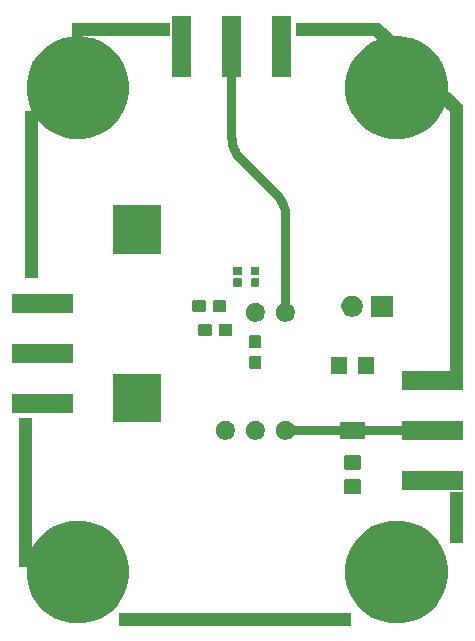
<source format=gbr>
G04 #@! TF.GenerationSoftware,KiCad,Pcbnew,5.1.6-c6e7f7d~87~ubuntu18.04.1*
G04 #@! TF.CreationDate,2021-01-11T12:45:55+00:00*
G04 #@! TF.ProjectId,vary_resistance,76617279-5f72-4657-9369-7374616e6365,rev?*
G04 #@! TF.SameCoordinates,Original*
G04 #@! TF.FileFunction,Soldermask,Top*
G04 #@! TF.FilePolarity,Negative*
%FSLAX46Y46*%
G04 Gerber Fmt 4.6, Leading zero omitted, Abs format (unit mm)*
G04 Created by KiCad (PCBNEW 5.1.6-c6e7f7d~87~ubuntu18.04.1) date 2021-01-11 12:45:55*
%MOMM*%
%LPD*%
G01*
G04 APERTURE LIST*
%ADD10C,0.750000*%
%ADD11C,0.100000*%
G04 APERTURE END LIST*
D10*
X197000000Y-85000000D02*
X184540000Y-85000000D01*
X183914600Y-65168713D02*
X183991998Y-65258438D01*
X183991998Y-65258438D02*
X184064900Y-65351854D01*
X184064900Y-65351854D02*
X184133131Y-65448734D01*
X184133131Y-65448734D02*
X184196526Y-65548846D01*
X184196526Y-65548846D02*
X184254932Y-65651947D01*
X184254932Y-65651947D02*
X184308209Y-65757790D01*
X184308209Y-65757790D02*
X184356228Y-65866120D01*
X184356228Y-65866120D02*
X184398874Y-65976675D01*
X184398874Y-65976675D02*
X184436044Y-66089190D01*
X184436044Y-66089190D02*
X184467648Y-66203393D01*
X184467648Y-66203393D02*
X184493611Y-66319010D01*
X184493611Y-66319010D02*
X184513869Y-66435761D01*
X184513869Y-66435761D02*
X184528374Y-66553365D01*
X184528374Y-66553365D02*
X184537091Y-66671540D01*
X184537091Y-66671540D02*
X184540000Y-66790000D01*
X184540000Y-66790000D02*
X184540000Y-75000000D01*
X180000000Y-60250000D02*
X180000000Y-52500000D01*
X180000000Y-60250000D02*
X180002908Y-60368459D01*
X180002908Y-60368459D02*
X180011625Y-60486634D01*
X180011625Y-60486634D02*
X180026130Y-60604238D01*
X180026130Y-60604238D02*
X180046388Y-60720989D01*
X180046388Y-60720989D02*
X180072350Y-60836605D01*
X180072350Y-60836605D02*
X180103955Y-60950808D01*
X180103955Y-60950808D02*
X180141125Y-61063323D01*
X180141125Y-61063323D02*
X180183770Y-61173878D01*
X180183770Y-61173878D02*
X180231790Y-61282208D01*
X180231790Y-61282208D02*
X180285067Y-61388051D01*
X180285067Y-61388051D02*
X180343473Y-61491153D01*
X180343473Y-61491153D02*
X180406868Y-61591264D01*
X180406868Y-61591264D02*
X180475098Y-61688144D01*
X180475098Y-61688144D02*
X180548000Y-61781559D01*
X180548000Y-61781559D02*
X180625398Y-61871285D01*
X180625398Y-61871285D02*
X180707106Y-61957106D01*
X180707106Y-61957106D02*
X183832893Y-65082893D01*
X183832893Y-65082893D02*
X183914600Y-65168713D01*
D11*
G36*
X199500000Y-94500000D02*
G01*
X198500000Y-94500000D01*
X198500000Y-90250000D01*
X199500000Y-90250000D01*
X199500000Y-94500000D01*
G37*
X199500000Y-94500000D02*
X198500000Y-94500000D01*
X198500000Y-90250000D01*
X199500000Y-90250000D01*
X199500000Y-94500000D01*
G36*
X190000000Y-101500000D02*
G01*
X170500000Y-101500000D01*
X170500000Y-100500000D01*
X190000000Y-100500000D01*
X190000000Y-101500000D01*
G37*
X190000000Y-101500000D02*
X170500000Y-101500000D01*
X170500000Y-100500000D01*
X190000000Y-100500000D01*
X190000000Y-101500000D01*
G36*
X163000000Y-96500000D02*
G01*
X162000000Y-96500000D01*
X162000000Y-84000000D01*
X163000000Y-84000000D01*
X163000000Y-96500000D01*
G37*
X163000000Y-96500000D02*
X162000000Y-96500000D01*
X162000000Y-84000000D01*
X163000000Y-84000000D01*
X163000000Y-96500000D01*
G36*
X163500000Y-72000000D02*
G01*
X162500000Y-72000000D01*
X162500000Y-58000000D01*
X163500000Y-58000000D01*
X163500000Y-72000000D01*
G37*
X163500000Y-72000000D02*
X162500000Y-72000000D01*
X162500000Y-58000000D01*
X163500000Y-58000000D01*
X163500000Y-72000000D01*
G36*
X194000000Y-52000000D02*
G01*
X193000000Y-52500000D01*
X192000000Y-51500000D01*
X185500000Y-51500000D01*
X185500000Y-50500000D01*
X192500000Y-50500000D01*
X194000000Y-52000000D01*
G37*
X194000000Y-52000000D02*
X193000000Y-52500000D01*
X192000000Y-51500000D01*
X185500000Y-51500000D01*
X185500000Y-50500000D01*
X192500000Y-50500000D01*
X194000000Y-52000000D01*
G36*
X174750000Y-51500000D02*
G01*
X166500000Y-51500000D01*
X166500000Y-50500000D01*
X174750000Y-50500000D01*
X174750000Y-51500000D01*
G37*
X174750000Y-51500000D02*
X166500000Y-51500000D01*
X166500000Y-50500000D01*
X174750000Y-50500000D01*
X174750000Y-51500000D01*
G36*
X199500000Y-57500000D02*
G01*
X199500000Y-60500000D01*
X198500000Y-60500000D01*
X198500000Y-58000000D01*
X198000000Y-57500000D01*
X198000000Y-56000000D01*
X199500000Y-57500000D01*
G37*
X199500000Y-57500000D02*
X199500000Y-60500000D01*
X198500000Y-60500000D01*
X198500000Y-58000000D01*
X198000000Y-57500000D01*
X198000000Y-56000000D01*
X199500000Y-57500000D01*
G36*
X199500000Y-57500000D02*
G01*
X199500000Y-80000000D01*
X198500000Y-80000000D01*
X198500000Y-58000000D01*
X197750000Y-57250000D01*
X198250000Y-56250000D01*
X199500000Y-57500000D01*
G37*
X199500000Y-57500000D02*
X199500000Y-80000000D01*
X198500000Y-80000000D01*
X198500000Y-58000000D01*
X197750000Y-57250000D01*
X198250000Y-56250000D01*
X199500000Y-57500000D01*
G36*
X194548156Y-92672794D02*
G01*
X195269140Y-92816206D01*
X196060972Y-93144193D01*
X196773601Y-93620357D01*
X197379643Y-94226399D01*
X197855807Y-94939028D01*
X198183794Y-95730860D01*
X198351000Y-96571464D01*
X198351000Y-97428536D01*
X198183794Y-98269140D01*
X197855807Y-99060972D01*
X197379643Y-99773601D01*
X196773601Y-100379643D01*
X196060972Y-100855807D01*
X195269140Y-101183794D01*
X194548156Y-101327206D01*
X194428537Y-101351000D01*
X193571463Y-101351000D01*
X193451844Y-101327206D01*
X192730860Y-101183794D01*
X191939028Y-100855807D01*
X191226399Y-100379643D01*
X190620357Y-99773601D01*
X190144193Y-99060972D01*
X189816206Y-98269140D01*
X189649000Y-97428536D01*
X189649000Y-96571464D01*
X189816206Y-95730860D01*
X190144193Y-94939028D01*
X190620357Y-94226399D01*
X191226399Y-93620357D01*
X191939028Y-93144193D01*
X192730860Y-92816206D01*
X193451844Y-92672794D01*
X193571463Y-92649000D01*
X194428537Y-92649000D01*
X194548156Y-92672794D01*
G37*
G36*
X167548156Y-92672794D02*
G01*
X168269140Y-92816206D01*
X169060972Y-93144193D01*
X169773601Y-93620357D01*
X170379643Y-94226399D01*
X170855807Y-94939028D01*
X171183794Y-95730860D01*
X171351000Y-96571464D01*
X171351000Y-97428536D01*
X171183794Y-98269140D01*
X170855807Y-99060972D01*
X170379643Y-99773601D01*
X169773601Y-100379643D01*
X169060972Y-100855807D01*
X168269140Y-101183794D01*
X167548156Y-101327206D01*
X167428537Y-101351000D01*
X166571463Y-101351000D01*
X166451844Y-101327206D01*
X165730860Y-101183794D01*
X164939028Y-100855807D01*
X164226399Y-100379643D01*
X163620357Y-99773601D01*
X163144193Y-99060972D01*
X162816206Y-98269140D01*
X162649000Y-97428536D01*
X162649000Y-96571464D01*
X162816206Y-95730860D01*
X163144193Y-94939028D01*
X163620357Y-94226399D01*
X164226399Y-93620357D01*
X164939028Y-93144193D01*
X165730860Y-92816206D01*
X166451844Y-92672794D01*
X166571463Y-92649000D01*
X167428537Y-92649000D01*
X167548156Y-92672794D01*
G37*
G36*
X190838674Y-89153465D02*
G01*
X190876367Y-89164899D01*
X190911103Y-89183466D01*
X190941548Y-89208452D01*
X190966534Y-89238897D01*
X190985101Y-89273633D01*
X190996535Y-89311326D01*
X191001000Y-89356661D01*
X191001000Y-90193339D01*
X190996535Y-90238674D01*
X190985101Y-90276367D01*
X190966534Y-90311103D01*
X190941548Y-90341548D01*
X190911103Y-90366534D01*
X190876367Y-90385101D01*
X190838674Y-90396535D01*
X190793339Y-90401000D01*
X189706661Y-90401000D01*
X189661326Y-90396535D01*
X189623633Y-90385101D01*
X189588897Y-90366534D01*
X189558452Y-90341548D01*
X189533466Y-90311103D01*
X189514899Y-90276367D01*
X189503465Y-90238674D01*
X189499000Y-90193339D01*
X189499000Y-89356661D01*
X189503465Y-89311326D01*
X189514899Y-89273633D01*
X189533466Y-89238897D01*
X189558452Y-89208452D01*
X189588897Y-89183466D01*
X189623633Y-89164899D01*
X189661326Y-89153465D01*
X189706661Y-89149000D01*
X190793339Y-89149000D01*
X190838674Y-89153465D01*
G37*
G36*
X199591000Y-90051000D02*
G01*
X194409000Y-90051000D01*
X194409000Y-88449000D01*
X199591000Y-88449000D01*
X199591000Y-90051000D01*
G37*
G36*
X190838674Y-87103465D02*
G01*
X190876367Y-87114899D01*
X190911103Y-87133466D01*
X190941548Y-87158452D01*
X190966534Y-87188897D01*
X190985101Y-87223633D01*
X190996535Y-87261326D01*
X191001000Y-87306661D01*
X191001000Y-88143339D01*
X190996535Y-88188674D01*
X190985101Y-88226367D01*
X190966534Y-88261103D01*
X190941548Y-88291548D01*
X190911103Y-88316534D01*
X190876367Y-88335101D01*
X190838674Y-88346535D01*
X190793339Y-88351000D01*
X189706661Y-88351000D01*
X189661326Y-88346535D01*
X189623633Y-88335101D01*
X189588897Y-88316534D01*
X189558452Y-88291548D01*
X189533466Y-88261103D01*
X189514899Y-88226367D01*
X189503465Y-88188674D01*
X189499000Y-88143339D01*
X189499000Y-87306661D01*
X189503465Y-87261326D01*
X189514899Y-87223633D01*
X189533466Y-87188897D01*
X189558452Y-87158452D01*
X189588897Y-87133466D01*
X189623633Y-87114899D01*
X189661326Y-87103465D01*
X189706661Y-87099000D01*
X190793339Y-87099000D01*
X190838674Y-87103465D01*
G37*
G36*
X184777142Y-84218242D02*
G01*
X184925101Y-84279529D01*
X185058255Y-84368499D01*
X185171501Y-84481745D01*
X185260471Y-84614899D01*
X185321758Y-84762858D01*
X185353000Y-84919925D01*
X185353000Y-85080075D01*
X185321758Y-85237142D01*
X185260471Y-85385101D01*
X185171501Y-85518255D01*
X185058255Y-85631501D01*
X184925101Y-85720471D01*
X184777142Y-85781758D01*
X184620075Y-85813000D01*
X184459925Y-85813000D01*
X184302858Y-85781758D01*
X184154899Y-85720471D01*
X184021745Y-85631501D01*
X183908499Y-85518255D01*
X183819529Y-85385101D01*
X183758242Y-85237142D01*
X183727000Y-85080075D01*
X183727000Y-84919925D01*
X183758242Y-84762858D01*
X183819529Y-84614899D01*
X183908499Y-84481745D01*
X184021745Y-84368499D01*
X184154899Y-84279529D01*
X184302858Y-84218242D01*
X184459925Y-84187000D01*
X184620075Y-84187000D01*
X184777142Y-84218242D01*
G37*
G36*
X182237142Y-84218242D02*
G01*
X182385101Y-84279529D01*
X182518255Y-84368499D01*
X182631501Y-84481745D01*
X182720471Y-84614899D01*
X182781758Y-84762858D01*
X182813000Y-84919925D01*
X182813000Y-85080075D01*
X182781758Y-85237142D01*
X182720471Y-85385101D01*
X182631501Y-85518255D01*
X182518255Y-85631501D01*
X182385101Y-85720471D01*
X182237142Y-85781758D01*
X182080075Y-85813000D01*
X181919925Y-85813000D01*
X181762858Y-85781758D01*
X181614899Y-85720471D01*
X181481745Y-85631501D01*
X181368499Y-85518255D01*
X181279529Y-85385101D01*
X181218242Y-85237142D01*
X181187000Y-85080075D01*
X181187000Y-84919925D01*
X181218242Y-84762858D01*
X181279529Y-84614899D01*
X181368499Y-84481745D01*
X181481745Y-84368499D01*
X181614899Y-84279529D01*
X181762858Y-84218242D01*
X181919925Y-84187000D01*
X182080075Y-84187000D01*
X182237142Y-84218242D01*
G37*
G36*
X179697142Y-84218242D02*
G01*
X179845101Y-84279529D01*
X179978255Y-84368499D01*
X180091501Y-84481745D01*
X180180471Y-84614899D01*
X180241758Y-84762858D01*
X180273000Y-84919925D01*
X180273000Y-85080075D01*
X180241758Y-85237142D01*
X180180471Y-85385101D01*
X180091501Y-85518255D01*
X179978255Y-85631501D01*
X179845101Y-85720471D01*
X179697142Y-85781758D01*
X179540075Y-85813000D01*
X179379925Y-85813000D01*
X179222858Y-85781758D01*
X179074899Y-85720471D01*
X178941745Y-85631501D01*
X178828499Y-85518255D01*
X178739529Y-85385101D01*
X178678242Y-85237142D01*
X178647000Y-85080075D01*
X178647000Y-84919925D01*
X178678242Y-84762858D01*
X178739529Y-84614899D01*
X178828499Y-84481745D01*
X178941745Y-84368499D01*
X179074899Y-84279529D01*
X179222858Y-84218242D01*
X179379925Y-84187000D01*
X179540075Y-84187000D01*
X179697142Y-84218242D01*
G37*
G36*
X199591000Y-85801000D02*
G01*
X194409000Y-85801000D01*
X194409000Y-84199000D01*
X199591000Y-84199000D01*
X199591000Y-85801000D01*
G37*
G36*
X191301000Y-85701000D02*
G01*
X189199000Y-85701000D01*
X189199000Y-84299000D01*
X191301000Y-84299000D01*
X191301000Y-85701000D01*
G37*
G36*
X174051000Y-84301000D02*
G01*
X169949000Y-84301000D01*
X169949000Y-80199000D01*
X174051000Y-80199000D01*
X174051000Y-84301000D01*
G37*
G36*
X166591000Y-83551000D02*
G01*
X161409000Y-83551000D01*
X161409000Y-81949000D01*
X166591000Y-81949000D01*
X166591000Y-83551000D01*
G37*
G36*
X199591000Y-81551000D02*
G01*
X194409000Y-81551000D01*
X194409000Y-79949000D01*
X199591000Y-79949000D01*
X199591000Y-81551000D01*
G37*
G36*
X189801000Y-80201000D02*
G01*
X188399000Y-80201000D01*
X188399000Y-78799000D01*
X189801000Y-78799000D01*
X189801000Y-80201000D01*
G37*
G36*
X192101000Y-80201000D02*
G01*
X190699000Y-80201000D01*
X190699000Y-78799000D01*
X192101000Y-78799000D01*
X192101000Y-80201000D01*
G37*
G36*
X182364499Y-78678445D02*
G01*
X182401995Y-78689820D01*
X182436554Y-78708292D01*
X182466847Y-78733153D01*
X182491708Y-78763446D01*
X182510180Y-78798005D01*
X182521555Y-78835501D01*
X182526000Y-78880638D01*
X182526000Y-79619362D01*
X182521555Y-79664499D01*
X182510180Y-79701995D01*
X182491708Y-79736554D01*
X182466847Y-79766847D01*
X182436554Y-79791708D01*
X182401995Y-79810180D01*
X182364499Y-79821555D01*
X182319362Y-79826000D01*
X181680638Y-79826000D01*
X181635501Y-79821555D01*
X181598005Y-79810180D01*
X181563446Y-79791708D01*
X181533153Y-79766847D01*
X181508292Y-79736554D01*
X181489820Y-79701995D01*
X181478445Y-79664499D01*
X181474000Y-79619362D01*
X181474000Y-78880638D01*
X181478445Y-78835501D01*
X181489820Y-78798005D01*
X181508292Y-78763446D01*
X181533153Y-78733153D01*
X181563446Y-78708292D01*
X181598005Y-78689820D01*
X181635501Y-78678445D01*
X181680638Y-78674000D01*
X182319362Y-78674000D01*
X182364499Y-78678445D01*
G37*
G36*
X166591000Y-79301000D02*
G01*
X161409000Y-79301000D01*
X161409000Y-77699000D01*
X166591000Y-77699000D01*
X166591000Y-79301000D01*
G37*
G36*
X182364499Y-76928445D02*
G01*
X182401995Y-76939820D01*
X182436554Y-76958292D01*
X182466847Y-76983153D01*
X182491708Y-77013446D01*
X182510180Y-77048005D01*
X182521555Y-77085501D01*
X182526000Y-77130638D01*
X182526000Y-77869362D01*
X182521555Y-77914499D01*
X182510180Y-77951995D01*
X182491708Y-77986554D01*
X182466847Y-78016847D01*
X182436554Y-78041708D01*
X182401995Y-78060180D01*
X182364499Y-78071555D01*
X182319362Y-78076000D01*
X181680638Y-78076000D01*
X181635501Y-78071555D01*
X181598005Y-78060180D01*
X181563446Y-78041708D01*
X181533153Y-78016847D01*
X181508292Y-77986554D01*
X181489820Y-77951995D01*
X181478445Y-77914499D01*
X181474000Y-77869362D01*
X181474000Y-77130638D01*
X181478445Y-77085501D01*
X181489820Y-77048005D01*
X181508292Y-77013446D01*
X181533153Y-76983153D01*
X181563446Y-76958292D01*
X181598005Y-76939820D01*
X181635501Y-76928445D01*
X181680638Y-76924000D01*
X182319362Y-76924000D01*
X182364499Y-76928445D01*
G37*
G36*
X179914499Y-75978445D02*
G01*
X179951995Y-75989820D01*
X179986554Y-76008292D01*
X180016847Y-76033153D01*
X180041708Y-76063446D01*
X180060180Y-76098005D01*
X180071555Y-76135501D01*
X180076000Y-76180638D01*
X180076000Y-76819362D01*
X180071555Y-76864499D01*
X180060180Y-76901995D01*
X180041708Y-76936554D01*
X180016847Y-76966847D01*
X179986554Y-76991708D01*
X179951995Y-77010180D01*
X179914499Y-77021555D01*
X179869362Y-77026000D01*
X179130638Y-77026000D01*
X179085501Y-77021555D01*
X179048005Y-77010180D01*
X179013446Y-76991708D01*
X178983153Y-76966847D01*
X178958292Y-76936554D01*
X178939820Y-76901995D01*
X178928445Y-76864499D01*
X178924000Y-76819362D01*
X178924000Y-76180638D01*
X178928445Y-76135501D01*
X178939820Y-76098005D01*
X178958292Y-76063446D01*
X178983153Y-76033153D01*
X179013446Y-76008292D01*
X179048005Y-75989820D01*
X179085501Y-75978445D01*
X179130638Y-75974000D01*
X179869362Y-75974000D01*
X179914499Y-75978445D01*
G37*
G36*
X178164499Y-75978445D02*
G01*
X178201995Y-75989820D01*
X178236554Y-76008292D01*
X178266847Y-76033153D01*
X178291708Y-76063446D01*
X178310180Y-76098005D01*
X178321555Y-76135501D01*
X178326000Y-76180638D01*
X178326000Y-76819362D01*
X178321555Y-76864499D01*
X178310180Y-76901995D01*
X178291708Y-76936554D01*
X178266847Y-76966847D01*
X178236554Y-76991708D01*
X178201995Y-77010180D01*
X178164499Y-77021555D01*
X178119362Y-77026000D01*
X177380638Y-77026000D01*
X177335501Y-77021555D01*
X177298005Y-77010180D01*
X177263446Y-76991708D01*
X177233153Y-76966847D01*
X177208292Y-76936554D01*
X177189820Y-76901995D01*
X177178445Y-76864499D01*
X177174000Y-76819362D01*
X177174000Y-76180638D01*
X177178445Y-76135501D01*
X177189820Y-76098005D01*
X177208292Y-76063446D01*
X177233153Y-76033153D01*
X177263446Y-76008292D01*
X177298005Y-75989820D01*
X177335501Y-75978445D01*
X177380638Y-75974000D01*
X178119362Y-75974000D01*
X178164499Y-75978445D01*
G37*
G36*
X182237142Y-74218242D02*
G01*
X182385101Y-74279529D01*
X182518255Y-74368499D01*
X182631501Y-74481745D01*
X182720471Y-74614899D01*
X182781758Y-74762858D01*
X182813000Y-74919925D01*
X182813000Y-75080075D01*
X182781758Y-75237142D01*
X182720471Y-75385101D01*
X182631501Y-75518255D01*
X182518255Y-75631501D01*
X182385101Y-75720471D01*
X182237142Y-75781758D01*
X182080075Y-75813000D01*
X181919925Y-75813000D01*
X181762858Y-75781758D01*
X181614899Y-75720471D01*
X181481745Y-75631501D01*
X181368499Y-75518255D01*
X181279529Y-75385101D01*
X181218242Y-75237142D01*
X181187000Y-75080075D01*
X181187000Y-74919925D01*
X181218242Y-74762858D01*
X181279529Y-74614899D01*
X181368499Y-74481745D01*
X181481745Y-74368499D01*
X181614899Y-74279529D01*
X181762858Y-74218242D01*
X181919925Y-74187000D01*
X182080075Y-74187000D01*
X182237142Y-74218242D01*
G37*
G36*
X184777142Y-74218242D02*
G01*
X184925101Y-74279529D01*
X185058255Y-74368499D01*
X185171501Y-74481745D01*
X185260471Y-74614899D01*
X185321758Y-74762858D01*
X185353000Y-74919925D01*
X185353000Y-75080075D01*
X185321758Y-75237142D01*
X185260471Y-75385101D01*
X185171501Y-75518255D01*
X185058255Y-75631501D01*
X184925101Y-75720471D01*
X184777142Y-75781758D01*
X184620075Y-75813000D01*
X184459925Y-75813000D01*
X184302858Y-75781758D01*
X184154899Y-75720471D01*
X184021745Y-75631501D01*
X183908499Y-75518255D01*
X183819529Y-75385101D01*
X183758242Y-75237142D01*
X183727000Y-75080075D01*
X183727000Y-74919925D01*
X183758242Y-74762858D01*
X183819529Y-74614899D01*
X183908499Y-74481745D01*
X184021745Y-74368499D01*
X184154899Y-74279529D01*
X184302858Y-74218242D01*
X184459925Y-74187000D01*
X184620075Y-74187000D01*
X184777142Y-74218242D01*
G37*
G36*
X190323512Y-73603927D02*
G01*
X190472812Y-73633624D01*
X190636784Y-73701544D01*
X190784354Y-73800147D01*
X190909853Y-73925646D01*
X191008456Y-74073216D01*
X191076376Y-74237188D01*
X191111000Y-74411259D01*
X191111000Y-74588741D01*
X191076376Y-74762812D01*
X191008456Y-74926784D01*
X190909853Y-75074354D01*
X190784354Y-75199853D01*
X190636784Y-75298456D01*
X190472812Y-75366376D01*
X190323512Y-75396073D01*
X190298742Y-75401000D01*
X190121258Y-75401000D01*
X190096488Y-75396073D01*
X189947188Y-75366376D01*
X189783216Y-75298456D01*
X189635646Y-75199853D01*
X189510147Y-75074354D01*
X189411544Y-74926784D01*
X189343624Y-74762812D01*
X189309000Y-74588741D01*
X189309000Y-74411259D01*
X189343624Y-74237188D01*
X189411544Y-74073216D01*
X189510147Y-73925646D01*
X189635646Y-73800147D01*
X189783216Y-73701544D01*
X189947188Y-73633624D01*
X190096488Y-73603927D01*
X190121258Y-73599000D01*
X190298742Y-73599000D01*
X190323512Y-73603927D01*
G37*
G36*
X193651000Y-75401000D02*
G01*
X191849000Y-75401000D01*
X191849000Y-73599000D01*
X193651000Y-73599000D01*
X193651000Y-75401000D01*
G37*
G36*
X166591000Y-75051000D02*
G01*
X161409000Y-75051000D01*
X161409000Y-73449000D01*
X166591000Y-73449000D01*
X166591000Y-75051000D01*
G37*
G36*
X179414499Y-73978445D02*
G01*
X179451995Y-73989820D01*
X179486554Y-74008292D01*
X179516847Y-74033153D01*
X179541708Y-74063446D01*
X179560180Y-74098005D01*
X179571555Y-74135501D01*
X179576000Y-74180638D01*
X179576000Y-74819362D01*
X179571555Y-74864499D01*
X179560180Y-74901995D01*
X179541708Y-74936554D01*
X179516847Y-74966847D01*
X179486554Y-74991708D01*
X179451995Y-75010180D01*
X179414499Y-75021555D01*
X179369362Y-75026000D01*
X178630638Y-75026000D01*
X178585501Y-75021555D01*
X178548005Y-75010180D01*
X178513446Y-74991708D01*
X178483153Y-74966847D01*
X178458292Y-74936554D01*
X178439820Y-74901995D01*
X178428445Y-74864499D01*
X178424000Y-74819362D01*
X178424000Y-74180638D01*
X178428445Y-74135501D01*
X178439820Y-74098005D01*
X178458292Y-74063446D01*
X178483153Y-74033153D01*
X178513446Y-74008292D01*
X178548005Y-73989820D01*
X178585501Y-73978445D01*
X178630638Y-73974000D01*
X179369362Y-73974000D01*
X179414499Y-73978445D01*
G37*
G36*
X177664499Y-73978445D02*
G01*
X177701995Y-73989820D01*
X177736554Y-74008292D01*
X177766847Y-74033153D01*
X177791708Y-74063446D01*
X177810180Y-74098005D01*
X177821555Y-74135501D01*
X177826000Y-74180638D01*
X177826000Y-74819362D01*
X177821555Y-74864499D01*
X177810180Y-74901995D01*
X177791708Y-74936554D01*
X177766847Y-74966847D01*
X177736554Y-74991708D01*
X177701995Y-75010180D01*
X177664499Y-75021555D01*
X177619362Y-75026000D01*
X176880638Y-75026000D01*
X176835501Y-75021555D01*
X176798005Y-75010180D01*
X176763446Y-74991708D01*
X176733153Y-74966847D01*
X176708292Y-74936554D01*
X176689820Y-74901995D01*
X176678445Y-74864499D01*
X176674000Y-74819362D01*
X176674000Y-74180638D01*
X176678445Y-74135501D01*
X176689820Y-74098005D01*
X176708292Y-74063446D01*
X176733153Y-74033153D01*
X176763446Y-74008292D01*
X176798005Y-73989820D01*
X176835501Y-73978445D01*
X176880638Y-73974000D01*
X177619362Y-73974000D01*
X177664499Y-73978445D01*
G37*
G36*
X182281938Y-72141716D02*
G01*
X182302557Y-72147971D01*
X182321553Y-72158124D01*
X182338208Y-72171792D01*
X182351876Y-72188447D01*
X182362029Y-72207443D01*
X182368284Y-72228062D01*
X182371000Y-72255640D01*
X182371000Y-72714360D01*
X182368284Y-72741938D01*
X182362029Y-72762557D01*
X182351876Y-72781553D01*
X182338208Y-72798208D01*
X182321553Y-72811876D01*
X182302557Y-72822029D01*
X182281938Y-72828284D01*
X182254360Y-72831000D01*
X181745640Y-72831000D01*
X181718062Y-72828284D01*
X181697443Y-72822029D01*
X181678447Y-72811876D01*
X181661792Y-72798208D01*
X181648124Y-72781553D01*
X181637971Y-72762557D01*
X181631716Y-72741938D01*
X181629000Y-72714360D01*
X181629000Y-72255640D01*
X181631716Y-72228062D01*
X181637971Y-72207443D01*
X181648124Y-72188447D01*
X181661792Y-72171792D01*
X181678447Y-72158124D01*
X181697443Y-72147971D01*
X181718062Y-72141716D01*
X181745640Y-72139000D01*
X182254360Y-72139000D01*
X182281938Y-72141716D01*
G37*
G36*
X180781938Y-72141716D02*
G01*
X180802557Y-72147971D01*
X180821553Y-72158124D01*
X180838208Y-72171792D01*
X180851876Y-72188447D01*
X180862029Y-72207443D01*
X180868284Y-72228062D01*
X180871000Y-72255640D01*
X180871000Y-72714360D01*
X180868284Y-72741938D01*
X180862029Y-72762557D01*
X180851876Y-72781553D01*
X180838208Y-72798208D01*
X180821553Y-72811876D01*
X180802557Y-72822029D01*
X180781938Y-72828284D01*
X180754360Y-72831000D01*
X180245640Y-72831000D01*
X180218062Y-72828284D01*
X180197443Y-72822029D01*
X180178447Y-72811876D01*
X180161792Y-72798208D01*
X180148124Y-72781553D01*
X180137971Y-72762557D01*
X180131716Y-72741938D01*
X180129000Y-72714360D01*
X180129000Y-72255640D01*
X180131716Y-72228062D01*
X180137971Y-72207443D01*
X180148124Y-72188447D01*
X180161792Y-72171792D01*
X180178447Y-72158124D01*
X180197443Y-72147971D01*
X180218062Y-72141716D01*
X180245640Y-72139000D01*
X180754360Y-72139000D01*
X180781938Y-72141716D01*
G37*
G36*
X180781938Y-71171716D02*
G01*
X180802557Y-71177971D01*
X180821553Y-71188124D01*
X180838208Y-71201792D01*
X180851876Y-71218447D01*
X180862029Y-71237443D01*
X180868284Y-71258062D01*
X180871000Y-71285640D01*
X180871000Y-71744360D01*
X180868284Y-71771938D01*
X180862029Y-71792557D01*
X180851876Y-71811553D01*
X180838208Y-71828208D01*
X180821553Y-71841876D01*
X180802557Y-71852029D01*
X180781938Y-71858284D01*
X180754360Y-71861000D01*
X180245640Y-71861000D01*
X180218062Y-71858284D01*
X180197443Y-71852029D01*
X180178447Y-71841876D01*
X180161792Y-71828208D01*
X180148124Y-71811553D01*
X180137971Y-71792557D01*
X180131716Y-71771938D01*
X180129000Y-71744360D01*
X180129000Y-71285640D01*
X180131716Y-71258062D01*
X180137971Y-71237443D01*
X180148124Y-71218447D01*
X180161792Y-71201792D01*
X180178447Y-71188124D01*
X180197443Y-71177971D01*
X180218062Y-71171716D01*
X180245640Y-71169000D01*
X180754360Y-71169000D01*
X180781938Y-71171716D01*
G37*
G36*
X182281938Y-71171716D02*
G01*
X182302557Y-71177971D01*
X182321553Y-71188124D01*
X182338208Y-71201792D01*
X182351876Y-71218447D01*
X182362029Y-71237443D01*
X182368284Y-71258062D01*
X182371000Y-71285640D01*
X182371000Y-71744360D01*
X182368284Y-71771938D01*
X182362029Y-71792557D01*
X182351876Y-71811553D01*
X182338208Y-71828208D01*
X182321553Y-71841876D01*
X182302557Y-71852029D01*
X182281938Y-71858284D01*
X182254360Y-71861000D01*
X181745640Y-71861000D01*
X181718062Y-71858284D01*
X181697443Y-71852029D01*
X181678447Y-71841876D01*
X181661792Y-71828208D01*
X181648124Y-71811553D01*
X181637971Y-71792557D01*
X181631716Y-71771938D01*
X181629000Y-71744360D01*
X181629000Y-71285640D01*
X181631716Y-71258062D01*
X181637971Y-71237443D01*
X181648124Y-71218447D01*
X181661792Y-71201792D01*
X181678447Y-71188124D01*
X181697443Y-71177971D01*
X181718062Y-71171716D01*
X181745640Y-71169000D01*
X182254360Y-71169000D01*
X182281938Y-71171716D01*
G37*
G36*
X174051000Y-70051000D02*
G01*
X169949000Y-70051000D01*
X169949000Y-65949000D01*
X174051000Y-65949000D01*
X174051000Y-70051000D01*
G37*
G36*
X194548156Y-51672794D02*
G01*
X195269140Y-51816206D01*
X196060972Y-52144193D01*
X196773601Y-52620357D01*
X197379643Y-53226399D01*
X197855807Y-53939028D01*
X198183794Y-54730860D01*
X198351000Y-55571464D01*
X198351000Y-56428536D01*
X198183794Y-57269140D01*
X197855807Y-58060972D01*
X197379643Y-58773601D01*
X196773601Y-59379643D01*
X196060972Y-59855807D01*
X195269140Y-60183794D01*
X194548156Y-60327206D01*
X194428537Y-60351000D01*
X193571463Y-60351000D01*
X193451844Y-60327206D01*
X192730860Y-60183794D01*
X191939028Y-59855807D01*
X191226399Y-59379643D01*
X190620357Y-58773601D01*
X190144193Y-58060972D01*
X189816206Y-57269140D01*
X189649000Y-56428536D01*
X189649000Y-55571464D01*
X189816206Y-54730860D01*
X190144193Y-53939028D01*
X190620357Y-53226399D01*
X191226399Y-52620357D01*
X191939028Y-52144193D01*
X192730860Y-51816206D01*
X193451844Y-51672794D01*
X193571463Y-51649000D01*
X194428537Y-51649000D01*
X194548156Y-51672794D01*
G37*
G36*
X167548156Y-51672794D02*
G01*
X168269140Y-51816206D01*
X169060972Y-52144193D01*
X169773601Y-52620357D01*
X170379643Y-53226399D01*
X170855807Y-53939028D01*
X171183794Y-54730860D01*
X171351000Y-55571464D01*
X171351000Y-56428536D01*
X171183794Y-57269140D01*
X170855807Y-58060972D01*
X170379643Y-58773601D01*
X169773601Y-59379643D01*
X169060972Y-59855807D01*
X168269140Y-60183794D01*
X167548156Y-60327206D01*
X167428537Y-60351000D01*
X166571463Y-60351000D01*
X166451844Y-60327206D01*
X165730860Y-60183794D01*
X164939028Y-59855807D01*
X164226399Y-59379643D01*
X163620357Y-58773601D01*
X163144193Y-58060972D01*
X162816206Y-57269140D01*
X162649000Y-56428536D01*
X162649000Y-55571464D01*
X162816206Y-54730860D01*
X163144193Y-53939028D01*
X163620357Y-53226399D01*
X164226399Y-52620357D01*
X164939028Y-52144193D01*
X165730860Y-51816206D01*
X166451844Y-51672794D01*
X166571463Y-51649000D01*
X167428537Y-51649000D01*
X167548156Y-51672794D01*
G37*
G36*
X176551000Y-55091000D02*
G01*
X174949000Y-55091000D01*
X174949000Y-49909000D01*
X176551000Y-49909000D01*
X176551000Y-55091000D01*
G37*
G36*
X185051000Y-55091000D02*
G01*
X183449000Y-55091000D01*
X183449000Y-49909000D01*
X185051000Y-49909000D01*
X185051000Y-55091000D01*
G37*
G36*
X180801000Y-55091000D02*
G01*
X179199000Y-55091000D01*
X179199000Y-49909000D01*
X180801000Y-49909000D01*
X180801000Y-55091000D01*
G37*
M02*

</source>
